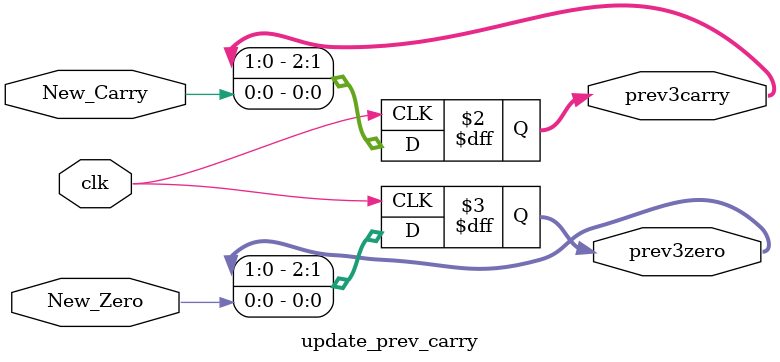
<source format=v>
`timescale 1ns / 1ps


module update_prev_carry(
input clk,
input wire New_Carry,New_Zero,
output reg [2:0] prev3carry,
    output reg [2:0] prev3zero
    );
    
    always @(posedge clk) begin
    // Shift the carry values
    prev3carry[2:1] <= prev3carry[1:0];
    prev3carry[0] <= New_Carry;

    // Shift the zero values
    prev3zero[2:1] <= prev3zero[1:0];
    prev3zero[0] <= New_Zero;
end
endmodule

</source>
